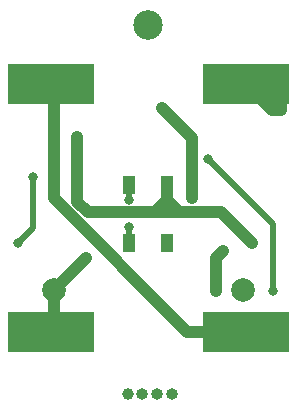
<source format=gbr>
G04 #@! TF.GenerationSoftware,KiCad,Pcbnew,(5.1.9)-1*
G04 #@! TF.CreationDate,2021-12-22T21:11:34+01:00*
G04 #@! TF.ProjectId,Omamori,4f6d616d-6f72-4692-9e6b-696361645f70,rev?*
G04 #@! TF.SameCoordinates,Original*
G04 #@! TF.FileFunction,Copper,L1,Top*
G04 #@! TF.FilePolarity,Positive*
%FSLAX46Y46*%
G04 Gerber Fmt 4.6, Leading zero omitted, Abs format (unit mm)*
G04 Created by KiCad (PCBNEW (5.1.9)-1) date 2021-12-22 21:11:34*
%MOMM*%
%LPD*%
G01*
G04 APERTURE LIST*
G04 #@! TA.AperFunction,SMDPad,CuDef*
%ADD10R,7.400000X3.500000*%
G04 #@! TD*
G04 #@! TA.AperFunction,ComponentPad*
%ADD11C,2.000000*%
G04 #@! TD*
G04 #@! TA.AperFunction,ComponentPad*
%ADD12C,1.000000*%
G04 #@! TD*
G04 #@! TA.AperFunction,ComponentPad*
%ADD13O,1.000000X1.000000*%
G04 #@! TD*
G04 #@! TA.AperFunction,SMDPad,CuDef*
%ADD14R,1.000000X1.500000*%
G04 #@! TD*
G04 #@! TA.AperFunction,ViaPad*
%ADD15C,2.500000*%
G04 #@! TD*
G04 #@! TA.AperFunction,ViaPad*
%ADD16C,0.800000*%
G04 #@! TD*
G04 #@! TA.AperFunction,Conductor*
%ADD17C,1.000000*%
G04 #@! TD*
G04 #@! TA.AperFunction,Conductor*
%ADD18C,0.500000*%
G04 #@! TD*
G04 #@! TA.AperFunction,Conductor*
%ADD19C,0.250000*%
G04 #@! TD*
G04 APERTURE END LIST*
D10*
X16750000Y-19500000D03*
X16750000Y-40500000D03*
X33250000Y-19500000D03*
X33250000Y-40500000D03*
D11*
X17000000Y-37000000D03*
X33000000Y-37000000D03*
D12*
X23250000Y-45800000D03*
D13*
X26980000Y-45800000D03*
X25710000Y-45800000D03*
X24440000Y-45800000D03*
D14*
X26600000Y-28050000D03*
X23400000Y-28050000D03*
X26600000Y-32950000D03*
X23400000Y-32950000D03*
D15*
X25000000Y-14500000D03*
D16*
X31371999Y-33652001D03*
X30734000Y-37084000D03*
X30734000Y-37084000D03*
X19710000Y-34290000D03*
X36250000Y-21750000D03*
X30099000Y-25908000D03*
X35560000Y-37084000D03*
X23400000Y-31600000D03*
X23400000Y-29337000D03*
X15240000Y-27432000D03*
X13970000Y-33020000D03*
X19000000Y-26500000D03*
X19000000Y-24003000D03*
X33782000Y-33020000D03*
X26162000Y-21590000D03*
X28702000Y-29210000D03*
D17*
X17000000Y-37000000D02*
X17000000Y-40500000D01*
X31371999Y-33652001D02*
X30734000Y-34290000D01*
X30734000Y-34290000D02*
X30734000Y-37084000D01*
X30734000Y-37084000D02*
X30734000Y-37084000D01*
X30734000Y-37084000D02*
X30734000Y-37084000D01*
X17000000Y-37000000D02*
X19710000Y-34290000D01*
X19710000Y-34290000D02*
X19710000Y-34290000D01*
X17000000Y-19500000D02*
X17000000Y-23500000D01*
X17000000Y-23500000D02*
X17000000Y-23576500D01*
X17000000Y-23500000D02*
X17000000Y-24302930D01*
X28302930Y-40500000D02*
X17000000Y-29197070D01*
X17000000Y-29197070D02*
X17000000Y-24302930D01*
X33250000Y-40500000D02*
X28302930Y-40500000D01*
X32750000Y-19500000D02*
X35750000Y-19500000D01*
X35750000Y-21250000D02*
X36250000Y-21750000D01*
X35750000Y-19500000D02*
X35750000Y-21250000D01*
X36250000Y-21750000D02*
X36250000Y-19320990D01*
X35500000Y-21750000D02*
X33250000Y-19500000D01*
X36250000Y-21750000D02*
X35500000Y-21750000D01*
D18*
X35560000Y-37084000D02*
X35560000Y-31623000D01*
X35560000Y-31369000D02*
X35560000Y-31623000D01*
X30099000Y-25908000D02*
X35560000Y-31369000D01*
D19*
X23350000Y-33000000D02*
X23400000Y-32950000D01*
X23400000Y-32950000D02*
X23200000Y-32950000D01*
D18*
X23400000Y-31600000D02*
X23400000Y-32950000D01*
D19*
X23400000Y-28100000D02*
X23400000Y-28050000D01*
X23400000Y-29178000D02*
X23400000Y-29178000D01*
D18*
X23400000Y-28050000D02*
X23400000Y-29337000D01*
X15240000Y-31750000D02*
X13970000Y-33020000D01*
X15240000Y-27432000D02*
X15240000Y-31750000D01*
D17*
X26600000Y-30200000D02*
X26799990Y-30399990D01*
X26600000Y-28050000D02*
X26600000Y-30200000D01*
X19899990Y-30399990D02*
X19899990Y-30377490D01*
X19000000Y-29477500D02*
X19000000Y-26500000D01*
X19899990Y-30377490D02*
X19000000Y-29477500D01*
X31161990Y-30399990D02*
X33782000Y-33020000D01*
X26600000Y-28050000D02*
X26600000Y-29614980D01*
X26799990Y-30399990D02*
X27385010Y-30399990D01*
X26600000Y-29373980D02*
X25573990Y-30399990D01*
X26600000Y-28050000D02*
X26600000Y-29373980D01*
X25573990Y-30399990D02*
X19899990Y-30399990D01*
X26799990Y-30399990D02*
X25573990Y-30399990D01*
X26600000Y-29360980D02*
X27639010Y-30399990D01*
X26600000Y-28050000D02*
X26600000Y-29360980D01*
X27639010Y-30399990D02*
X31161990Y-30399990D01*
X27385010Y-30399990D02*
X27639010Y-30399990D01*
X19000000Y-26500000D02*
X19000000Y-24003000D01*
X28702000Y-24130000D02*
X26162000Y-21590000D01*
X28702000Y-24130000D02*
X28702000Y-29199980D01*
M02*

</source>
